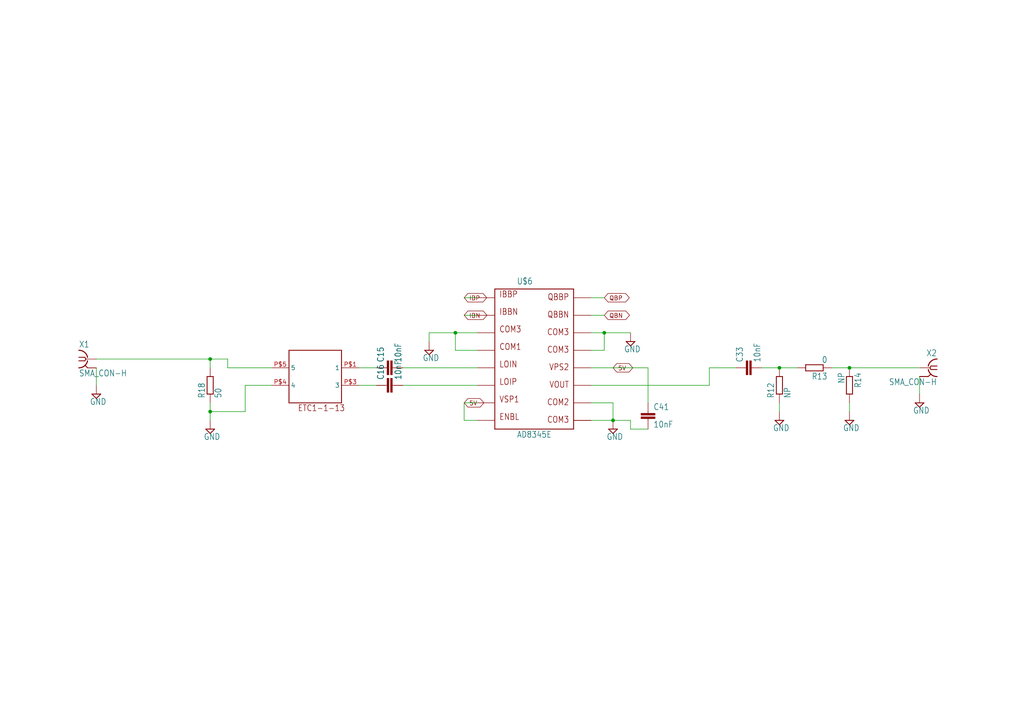
<source format=kicad_sch>
(kicad_sch
	(version 20231120)
	(generator "eeschema")
	(generator_version "8.0")
	(uuid "e273d5d6-12c3-4748-bd32-6dd1fa1252e6")
	(paper "A4")
	(lib_symbols
		(symbol "Modulator_V1p2-eagle-import:AD8345E"
			(exclude_from_sim no)
			(in_bom yes)
			(on_board yes)
			(property "Reference" ""
				(at -5.08 21.59 0)
				(effects
					(font
						(size 1.778 1.5113)
					)
					(justify left bottom)
					(hide yes)
				)
			)
			(property "Value" ""
				(at -5.08 -22.86 0)
				(effects
					(font
						(size 1.778 1.5113)
					)
					(justify left bottom)
				)
			)
			(property "Footprint" "Modulator_V1p2:TSSOP16EXP"
				(at 0 0 0)
				(effects
					(font
						(size 1.27 1.27)
					)
					(hide yes)
				)
			)
			(property "Datasheet" ""
				(at 0 0 0)
				(effects
					(font
						(size 1.27 1.27)
					)
					(hide yes)
				)
			)
			(property "Description" "AD8345 IQ-Modulator  TSSOP16 with exposed pad."
				(at 0 0 0)
				(effects
					(font
						(size 1.27 1.27)
					)
					(hide yes)
				)
			)
			(property "ki_locked" ""
				(at 0 0 0)
				(effects
					(font
						(size 1.27 1.27)
					)
				)
			)
			(symbol "AD8345E_1_0"
				(polyline
					(pts
						(xy -11.43 -20.32) (xy 11.43 -20.32)
					)
					(stroke
						(width 0.254)
						(type solid)
					)
					(fill
						(type none)
					)
				)
				(polyline
					(pts
						(xy -11.43 20.32) (xy -11.43 -20.32)
					)
					(stroke
						(width 0.254)
						(type solid)
					)
					(fill
						(type none)
					)
				)
				(polyline
					(pts
						(xy 11.43 -20.32) (xy 11.43 20.32)
					)
					(stroke
						(width 0.254)
						(type solid)
					)
					(fill
						(type none)
					)
				)
				(polyline
					(pts
						(xy 11.43 20.32) (xy -11.43 20.32)
					)
					(stroke
						(width 0.254)
						(type solid)
					)
					(fill
						(type none)
					)
				)
				(text "COM1"
					(at -10.16 2.54 0)
					(effects
						(font
							(size 1.778 1.5113)
						)
						(justify left bottom)
					)
				)
				(text "COM2"
					(at 10.16 -11.43 0)
					(effects
						(font
							(size 1.778 1.5113)
						)
						(justify right top)
					)
				)
				(text "COM3"
					(at -10.16 7.62 0)
					(effects
						(font
							(size 1.778 1.5113)
						)
						(justify left bottom)
					)
				)
				(text "COM3"
					(at 10.16 -16.51 0)
					(effects
						(font
							(size 1.778 1.5113)
						)
						(justify right top)
					)
				)
				(text "COM3"
					(at 10.16 3.81 0)
					(effects
						(font
							(size 1.778 1.5113)
						)
						(justify right top)
					)
				)
				(text "COM3"
					(at 10.16 8.89 0)
					(effects
						(font
							(size 1.778 1.5113)
						)
						(justify right top)
					)
				)
				(text "ENBL"
					(at -10.16 -17.78 0)
					(effects
						(font
							(size 1.778 1.5113)
						)
						(justify left bottom)
					)
				)
				(text "IBBN"
					(at -10.16 12.7 0)
					(effects
						(font
							(size 1.778 1.5113)
						)
						(justify left bottom)
					)
				)
				(text "IBBP"
					(at -10.16 17.78 0)
					(effects
						(font
							(size 1.778 1.5113)
						)
						(justify left bottom)
					)
				)
				(text "LOIN"
					(at -10.16 -2.54 0)
					(effects
						(font
							(size 1.778 1.5113)
						)
						(justify left bottom)
					)
				)
				(text "LOIP"
					(at -10.16 -7.62 0)
					(effects
						(font
							(size 1.778 1.5113)
						)
						(justify left bottom)
					)
				)
				(text "QBBN"
					(at 10.16 13.97 0)
					(effects
						(font
							(size 1.778 1.5113)
						)
						(justify right top)
					)
				)
				(text "QBBP"
					(at 10.16 19.05 0)
					(effects
						(font
							(size 1.778 1.5113)
						)
						(justify right top)
					)
				)
				(text "VOUT"
					(at 10.16 -6.35 0)
					(effects
						(font
							(size 1.778 1.5113)
						)
						(justify right top)
					)
				)
				(text "VPS2"
					(at 10.16 -1.27 0)
					(effects
						(font
							(size 1.778 1.5113)
						)
						(justify right top)
					)
				)
				(text "VSP1"
					(at -10.16 -12.7 0)
					(effects
						(font
							(size 1.778 1.5113)
						)
						(justify left bottom)
					)
				)
				(pin bidirectional line
					(at -16.51 17.78 0)
					(length 5.08)
					(name "P$1"
						(effects
							(font
								(size 0 0)
							)
						)
					)
					(number "1"
						(effects
							(font
								(size 0 0)
							)
						)
					)
				)
				(pin bidirectional line
					(at 16.51 -12.7 180)
					(length 5.08)
					(name "P$10"
						(effects
							(font
								(size 0 0)
							)
						)
					)
					(number "10"
						(effects
							(font
								(size 0 0)
							)
						)
					)
				)
				(pin bidirectional line
					(at 16.51 -7.62 180)
					(length 5.08)
					(name "P$11"
						(effects
							(font
								(size 0 0)
							)
						)
					)
					(number "11"
						(effects
							(font
								(size 0 0)
							)
						)
					)
				)
				(pin bidirectional line
					(at 16.51 -2.54 180)
					(length 5.08)
					(name "P$12"
						(effects
							(font
								(size 0 0)
							)
						)
					)
					(number "12"
						(effects
							(font
								(size 0 0)
							)
						)
					)
				)
				(pin bidirectional line
					(at 16.51 2.54 180)
					(length 5.08)
					(name "P$13"
						(effects
							(font
								(size 0 0)
							)
						)
					)
					(number "13"
						(effects
							(font
								(size 0 0)
							)
						)
					)
				)
				(pin bidirectional line
					(at 16.51 7.62 180)
					(length 5.08)
					(name "P$14"
						(effects
							(font
								(size 0 0)
							)
						)
					)
					(number "14"
						(effects
							(font
								(size 0 0)
							)
						)
					)
				)
				(pin bidirectional line
					(at 16.51 12.7 180)
					(length 5.08)
					(name "P$15"
						(effects
							(font
								(size 0 0)
							)
						)
					)
					(number "15"
						(effects
							(font
								(size 0 0)
							)
						)
					)
				)
				(pin bidirectional line
					(at 16.51 17.78 180)
					(length 5.08)
					(name "P$16"
						(effects
							(font
								(size 0 0)
							)
						)
					)
					(number "16"
						(effects
							(font
								(size 0 0)
							)
						)
					)
				)
				(pin bidirectional line
					(at -16.51 12.7 0)
					(length 5.08)
					(name "P$2"
						(effects
							(font
								(size 0 0)
							)
						)
					)
					(number "2"
						(effects
							(font
								(size 0 0)
							)
						)
					)
				)
				(pin bidirectional line
					(at -16.51 7.62 0)
					(length 5.08)
					(name "P$3"
						(effects
							(font
								(size 0 0)
							)
						)
					)
					(number "3"
						(effects
							(font
								(size 0 0)
							)
						)
					)
				)
				(pin bidirectional line
					(at -16.51 2.54 0)
					(length 5.08)
					(name "P$4"
						(effects
							(font
								(size 0 0)
							)
						)
					)
					(number "4"
						(effects
							(font
								(size 0 0)
							)
						)
					)
				)
				(pin bidirectional line
					(at -16.51 -2.54 0)
					(length 5.08)
					(name "P$5"
						(effects
							(font
								(size 0 0)
							)
						)
					)
					(number "5"
						(effects
							(font
								(size 0 0)
							)
						)
					)
				)
				(pin bidirectional line
					(at -16.51 -7.62 0)
					(length 5.08)
					(name "P$6"
						(effects
							(font
								(size 0 0)
							)
						)
					)
					(number "6"
						(effects
							(font
								(size 0 0)
							)
						)
					)
				)
				(pin bidirectional line
					(at -16.51 -12.7 0)
					(length 5.08)
					(name "P$7"
						(effects
							(font
								(size 0 0)
							)
						)
					)
					(number "7"
						(effects
							(font
								(size 0 0)
							)
						)
					)
				)
				(pin bidirectional line
					(at -16.51 -17.78 0)
					(length 5.08)
					(name "P$8"
						(effects
							(font
								(size 0 0)
							)
						)
					)
					(number "8"
						(effects
							(font
								(size 0 0)
							)
						)
					)
				)
				(pin bidirectional line
					(at 16.51 -17.78 180)
					(length 5.08)
					(name "P$9"
						(effects
							(font
								(size 0 0)
							)
						)
					)
					(number "9"
						(effects
							(font
								(size 0 0)
							)
						)
					)
				)
				(pin bidirectional line
					(at 16.51 -17.78 180)
					(length 5.08)
					(name "P$9"
						(effects
							(font
								(size 0 0)
							)
						)
					)
					(number "EXP"
						(effects
							(font
								(size 0 0)
							)
						)
					)
				)
			)
		)
		(symbol "Modulator_V1p2-eagle-import:C-EUC0402"
			(exclude_from_sim no)
			(in_bom yes)
			(on_board yes)
			(property "Reference" "C"
				(at 1.524 0.381 0)
				(effects
					(font
						(size 1.778 1.5113)
					)
					(justify left bottom)
				)
			)
			(property "Value" ""
				(at 1.524 -4.699 0)
				(effects
					(font
						(size 1.778 1.5113)
					)
					(justify left bottom)
				)
			)
			(property "Footprint" "Modulator_V1p2:C0402"
				(at 0 0 0)
				(effects
					(font
						(size 1.27 1.27)
					)
					(hide yes)
				)
			)
			(property "Datasheet" ""
				(at 0 0 0)
				(effects
					(font
						(size 1.27 1.27)
					)
					(hide yes)
				)
			)
			(property "Description" "CAPACITOR, European symbol"
				(at 0 0 0)
				(effects
					(font
						(size 1.27 1.27)
					)
					(hide yes)
				)
			)
			(property "ki_locked" ""
				(at 0 0 0)
				(effects
					(font
						(size 1.27 1.27)
					)
				)
			)
			(symbol "C-EUC0402_1_0"
				(rectangle
					(start -2.032 -2.032)
					(end 2.032 -1.524)
					(stroke
						(width 0)
						(type default)
					)
					(fill
						(type outline)
					)
				)
				(rectangle
					(start -2.032 -1.016)
					(end 2.032 -0.508)
					(stroke
						(width 0)
						(type default)
					)
					(fill
						(type outline)
					)
				)
				(polyline
					(pts
						(xy 0 -2.54) (xy 0 -2.032)
					)
					(stroke
						(width 0.1524)
						(type solid)
					)
					(fill
						(type none)
					)
				)
				(polyline
					(pts
						(xy 0 0) (xy 0 -0.508)
					)
					(stroke
						(width 0.1524)
						(type solid)
					)
					(fill
						(type none)
					)
				)
				(pin passive line
					(at 0 2.54 270)
					(length 2.54)
					(name "1"
						(effects
							(font
								(size 0 0)
							)
						)
					)
					(number "1"
						(effects
							(font
								(size 0 0)
							)
						)
					)
				)
				(pin passive line
					(at 0 -5.08 90)
					(length 2.54)
					(name "2"
						(effects
							(font
								(size 0 0)
							)
						)
					)
					(number "2"
						(effects
							(font
								(size 0 0)
							)
						)
					)
				)
			)
		)
		(symbol "Modulator_V1p2-eagle-import:C-EUC0603"
			(exclude_from_sim no)
			(in_bom yes)
			(on_board yes)
			(property "Reference" "C"
				(at 1.524 0.381 0)
				(effects
					(font
						(size 1.778 1.5113)
					)
					(justify left bottom)
				)
			)
			(property "Value" ""
				(at 1.524 -4.699 0)
				(effects
					(font
						(size 1.778 1.5113)
					)
					(justify left bottom)
				)
			)
			(property "Footprint" "Modulator_V1p2:C0603"
				(at 0 0 0)
				(effects
					(font
						(size 1.27 1.27)
					)
					(hide yes)
				)
			)
			(property "Datasheet" ""
				(at 0 0 0)
				(effects
					(font
						(size 1.27 1.27)
					)
					(hide yes)
				)
			)
			(property "Description" "CAPACITOR, European symbol"
				(at 0 0 0)
				(effects
					(font
						(size 1.27 1.27)
					)
					(hide yes)
				)
			)
			(property "ki_locked" ""
				(at 0 0 0)
				(effects
					(font
						(size 1.27 1.27)
					)
				)
			)
			(symbol "C-EUC0603_1_0"
				(rectangle
					(start -2.032 -2.032)
					(end 2.032 -1.524)
					(stroke
						(width 0)
						(type default)
					)
					(fill
						(type outline)
					)
				)
				(rectangle
					(start -2.032 -1.016)
					(end 2.032 -0.508)
					(stroke
						(width 0)
						(type default)
					)
					(fill
						(type outline)
					)
				)
				(polyline
					(pts
						(xy 0 -2.54) (xy 0 -2.032)
					)
					(stroke
						(width 0.1524)
						(type solid)
					)
					(fill
						(type none)
					)
				)
				(polyline
					(pts
						(xy 0 0) (xy 0 -0.508)
					)
					(stroke
						(width 0.1524)
						(type solid)
					)
					(fill
						(type none)
					)
				)
				(pin passive line
					(at 0 2.54 270)
					(length 2.54)
					(name "1"
						(effects
							(font
								(size 0 0)
							)
						)
					)
					(number "1"
						(effects
							(font
								(size 0 0)
							)
						)
					)
				)
				(pin passive line
					(at 0 -5.08 90)
					(length 2.54)
					(name "2"
						(effects
							(font
								(size 0 0)
							)
						)
					)
					(number "2"
						(effects
							(font
								(size 0 0)
							)
						)
					)
				)
			)
		)
		(symbol "Modulator_V1p2-eagle-import:ETC1-1-13"
			(exclude_from_sim no)
			(in_bom yes)
			(on_board yes)
			(property "Reference" ""
				(at 0 0 0)
				(effects
					(font
						(size 1.27 1.27)
					)
					(hide yes)
				)
			)
			(property "Value" ""
				(at 0 0 0)
				(effects
					(font
						(size 1.27 1.27)
					)
					(hide yes)
				)
			)
			(property "Footprint" "Modulator_V1p2:ETC1-1-13"
				(at 0 0 0)
				(effects
					(font
						(size 1.27 1.27)
					)
					(hide yes)
				)
			)
			(property "Datasheet" ""
				(at 0 0 0)
				(effects
					(font
						(size 1.27 1.27)
					)
					(hide yes)
				)
			)
			(property "Description" ""
				(at 0 0 0)
				(effects
					(font
						(size 1.27 1.27)
					)
					(hide yes)
				)
			)
			(property "ki_locked" ""
				(at 0 0 0)
				(effects
					(font
						(size 1.27 1.27)
					)
				)
			)
			(symbol "ETC1-1-13_1_0"
				(polyline
					(pts
						(xy 5.08 -5.08) (xy 20.32 -5.08)
					)
					(stroke
						(width 0.254)
						(type solid)
					)
					(fill
						(type none)
					)
				)
				(polyline
					(pts
						(xy 5.08 10.16) (xy 5.08 -5.08)
					)
					(stroke
						(width 0.254)
						(type solid)
					)
					(fill
						(type none)
					)
				)
				(polyline
					(pts
						(xy 20.32 -5.08) (xy 20.32 10.16)
					)
					(stroke
						(width 0.254)
						(type solid)
					)
					(fill
						(type none)
					)
				)
				(polyline
					(pts
						(xy 20.32 10.16) (xy 5.08 10.16)
					)
					(stroke
						(width 0.254)
						(type solid)
					)
					(fill
						(type none)
					)
				)
				(text "ETC1-1-13"
					(at 7.62 -7.62 0)
					(effects
						(font
							(size 1.778 1.5113)
						)
						(justify left bottom)
					)
				)
				(pin bidirectional line
					(at 25.4 5.08 180)
					(length 5.08)
					(name "1"
						(effects
							(font
								(size 1.27 1.27)
							)
						)
					)
					(number "P$1"
						(effects
							(font
								(size 1.27 1.27)
							)
						)
					)
				)
				(pin bidirectional line
					(at 25.4 0 180)
					(length 5.08)
					(name "3"
						(effects
							(font
								(size 1.27 1.27)
							)
						)
					)
					(number "P$3"
						(effects
							(font
								(size 1.27 1.27)
							)
						)
					)
				)
				(pin bidirectional line
					(at 0 0 0)
					(length 5.08)
					(name "4"
						(effects
							(font
								(size 1.27 1.27)
							)
						)
					)
					(number "P$4"
						(effects
							(font
								(size 1.27 1.27)
							)
						)
					)
				)
				(pin bidirectional line
					(at 0 5.08 0)
					(length 5.08)
					(name "5"
						(effects
							(font
								(size 1.27 1.27)
							)
						)
					)
					(number "P$5"
						(effects
							(font
								(size 1.27 1.27)
							)
						)
					)
				)
			)
		)
		(symbol "Modulator_V1p2-eagle-import:GND"
			(power)
			(exclude_from_sim no)
			(in_bom yes)
			(on_board yes)
			(property "Reference" "#SUPPLY"
				(at 0 0 0)
				(effects
					(font
						(size 1.27 1.27)
					)
					(hide yes)
				)
			)
			(property "Value" ""
				(at -1.905 -3.175 0)
				(effects
					(font
						(size 1.778 1.5113)
					)
					(justify left bottom)
				)
			)
			(property "Footprint" ""
				(at 0 0 0)
				(effects
					(font
						(size 1.27 1.27)
					)
					(hide yes)
				)
			)
			(property "Datasheet" ""
				(at 0 0 0)
				(effects
					(font
						(size 1.27 1.27)
					)
					(hide yes)
				)
			)
			(property "Description" "SUPPLY SYMBOL"
				(at 0 0 0)
				(effects
					(font
						(size 1.27 1.27)
					)
					(hide yes)
				)
			)
			(property "ki_locked" ""
				(at 0 0 0)
				(effects
					(font
						(size 1.27 1.27)
					)
				)
			)
			(symbol "GND_1_0"
				(polyline
					(pts
						(xy -1.27 0) (xy 1.27 0)
					)
					(stroke
						(width 0.254)
						(type solid)
					)
					(fill
						(type none)
					)
				)
				(polyline
					(pts
						(xy 0 -1.27) (xy -1.27 0)
					)
					(stroke
						(width 0.254)
						(type solid)
					)
					(fill
						(type none)
					)
				)
				(polyline
					(pts
						(xy 1.27 0) (xy 0 -1.27)
					)
					(stroke
						(width 0.254)
						(type solid)
					)
					(fill
						(type none)
					)
				)
				(pin power_in line
					(at 0 2.54 270)
					(length 2.54)
					(name "GND"
						(effects
							(font
								(size 0 0)
							)
						)
					)
					(number "1"
						(effects
							(font
								(size 0 0)
							)
						)
					)
				)
			)
		)
		(symbol "Modulator_V1p2-eagle-import:R-EU_R0603"
			(exclude_from_sim no)
			(in_bom yes)
			(on_board yes)
			(property "Reference" "R"
				(at -3.81 1.4986 0)
				(effects
					(font
						(size 1.778 1.5113)
					)
					(justify left bottom)
				)
			)
			(property "Value" ""
				(at -3.81 -3.302 0)
				(effects
					(font
						(size 1.778 1.5113)
					)
					(justify left bottom)
				)
			)
			(property "Footprint" "Modulator_V1p2:R0603"
				(at 0 0 0)
				(effects
					(font
						(size 1.27 1.27)
					)
					(hide yes)
				)
			)
			(property "Datasheet" ""
				(at 0 0 0)
				(effects
					(font
						(size 1.27 1.27)
					)
					(hide yes)
				)
			)
			(property "Description" "RESISTOR, European symbol"
				(at 0 0 0)
				(effects
					(font
						(size 1.27 1.27)
					)
					(hide yes)
				)
			)
			(property "ki_locked" ""
				(at 0 0 0)
				(effects
					(font
						(size 1.27 1.27)
					)
				)
			)
			(symbol "R-EU_R0603_1_0"
				(polyline
					(pts
						(xy -2.54 -0.889) (xy -2.54 0.889)
					)
					(stroke
						(width 0.254)
						(type solid)
					)
					(fill
						(type none)
					)
				)
				(polyline
					(pts
						(xy -2.54 -0.889) (xy 2.54 -0.889)
					)
					(stroke
						(width 0.254)
						(type solid)
					)
					(fill
						(type none)
					)
				)
				(polyline
					(pts
						(xy 2.54 -0.889) (xy 2.54 0.889)
					)
					(stroke
						(width 0.254)
						(type solid)
					)
					(fill
						(type none)
					)
				)
				(polyline
					(pts
						(xy 2.54 0.889) (xy -2.54 0.889)
					)
					(stroke
						(width 0.254)
						(type solid)
					)
					(fill
						(type none)
					)
				)
				(pin passive line
					(at -5.08 0 0)
					(length 2.54)
					(name "1"
						(effects
							(font
								(size 0 0)
							)
						)
					)
					(number "1"
						(effects
							(font
								(size 0 0)
							)
						)
					)
				)
				(pin passive line
					(at 5.08 0 180)
					(length 2.54)
					(name "2"
						(effects
							(font
								(size 0 0)
							)
						)
					)
					(number "2"
						(effects
							(font
								(size 0 0)
							)
						)
					)
				)
			)
		)
		(symbol "Modulator_V1p2-eagle-import:R-EU_R0805"
			(exclude_from_sim no)
			(in_bom yes)
			(on_board yes)
			(property "Reference" "R"
				(at -3.81 1.4986 0)
				(effects
					(font
						(size 1.778 1.5113)
					)
					(justify left bottom)
				)
			)
			(property "Value" ""
				(at -3.81 -3.302 0)
				(effects
					(font
						(size 1.778 1.5113)
					)
					(justify left bottom)
				)
			)
			(property "Footprint" "Modulator_V1p2:R0805"
				(at 0 0 0)
				(effects
					(font
						(size 1.27 1.27)
					)
					(hide yes)
				)
			)
			(property "Datasheet" ""
				(at 0 0 0)
				(effects
					(font
						(size 1.27 1.27)
					)
					(hide yes)
				)
			)
			(property "Description" "RESISTOR, European symbol"
				(at 0 0 0)
				(effects
					(font
						(size 1.27 1.27)
					)
					(hide yes)
				)
			)
			(property "ki_locked" ""
				(at 0 0 0)
				(effects
					(font
						(size 1.27 1.27)
					)
				)
			)
			(symbol "R-EU_R0805_1_0"
				(polyline
					(pts
						(xy -2.54 -0.889) (xy -2.54 0.889)
					)
					(stroke
						(width 0.254)
						(type solid)
					)
					(fill
						(type none)
					)
				)
				(polyline
					(pts
						(xy -2.54 -0.889) (xy 2.54 -0.889)
					)
					(stroke
						(width 0.254)
						(type solid)
					)
					(fill
						(type none)
					)
				)
				(polyline
					(pts
						(xy 2.54 -0.889) (xy 2.54 0.889)
					)
					(stroke
						(width 0.254)
						(type solid)
					)
					(fill
						(type none)
					)
				)
				(polyline
					(pts
						(xy 2.54 0.889) (xy -2.54 0.889)
					)
					(stroke
						(width 0.254)
						(type solid)
					)
					(fill
						(type none)
					)
				)
				(pin passive line
					(at -5.08 0 0)
					(length 2.54)
					(name "1"
						(effects
							(font
								(size 0 0)
							)
						)
					)
					(number "1"
						(effects
							(font
								(size 0 0)
							)
						)
					)
				)
				(pin passive line
					(at 5.08 0 180)
					(length 2.54)
					(name "2"
						(effects
							(font
								(size 0 0)
							)
						)
					)
					(number "2"
						(effects
							(font
								(size 0 0)
							)
						)
					)
				)
			)
		)
		(symbol "Modulator_V1p2-eagle-import:SMA_CON-H"
			(exclude_from_sim no)
			(in_bom yes)
			(on_board yes)
			(property "Reference" ""
				(at -2.54 3.302 0)
				(effects
					(font
						(size 1.778 1.5113)
					)
					(justify left bottom)
					(hide yes)
				)
			)
			(property "Value" ""
				(at -2.54 -7.62 0)
				(effects
					(font
						(size 1.778 1.5113)
					)
					(justify left bottom)
				)
			)
			(property "Footprint" "Modulator_V1p2:BU-SMA-H"
				(at 0 0 0)
				(effects
					(font
						(size 1.27 1.27)
					)
					(hide yes)
				)
			)
			(property "Datasheet" ""
				(at 0 0 0)
				(effects
					(font
						(size 1.27 1.27)
					)
					(hide yes)
				)
			)
			(property "Description" ""
				(at 0 0 0)
				(effects
					(font
						(size 1.27 1.27)
					)
					(hide yes)
				)
			)
			(property "ki_locked" ""
				(at 0 0 0)
				(effects
					(font
						(size 1.27 1.27)
					)
				)
			)
			(symbol "SMA_CON-H_1_0"
				(arc
					(start -2.54 -2.54)
					(mid -0.9022 -1.9838)
					(end 0 -0.508)
					(stroke
						(width 0.3048)
						(type solid)
					)
					(fill
						(type none)
					)
				)
				(polyline
					(pts
						(xy -2.54 0.508) (xy -0.762 0.508)
					)
					(stroke
						(width 0.254)
						(type solid)
					)
					(fill
						(type none)
					)
				)
				(polyline
					(pts
						(xy -0.762 -0.508) (xy -2.54 -0.508)
					)
					(stroke
						(width 0.254)
						(type solid)
					)
					(fill
						(type none)
					)
				)
				(polyline
					(pts
						(xy -0.762 0.508) (xy -0.508 0)
					)
					(stroke
						(width 0.254)
						(type solid)
					)
					(fill
						(type none)
					)
				)
				(polyline
					(pts
						(xy -0.508 0) (xy -0.762 -0.508)
					)
					(stroke
						(width 0.254)
						(type solid)
					)
					(fill
						(type none)
					)
				)
				(polyline
					(pts
						(xy 0 -2.54) (xy -0.762 -1.778)
					)
					(stroke
						(width 0.254)
						(type solid)
					)
					(fill
						(type none)
					)
				)
				(polyline
					(pts
						(xy 0 0) (xy -0.508 0)
					)
					(stroke
						(width 0.1524)
						(type solid)
					)
					(fill
						(type none)
					)
				)
				(arc
					(start 0 0.508)
					(mid -0.9022 1.9838)
					(end -2.54 2.54)
					(stroke
						(width 0.3048)
						(type solid)
					)
					(fill
						(type none)
					)
				)
				(pin passive line
					(at 2.54 0 180)
					(length 2.54)
					(name "1"
						(effects
							(font
								(size 0 0)
							)
						)
					)
					(number "1"
						(effects
							(font
								(size 0 0)
							)
						)
					)
				)
				(pin passive line
					(at 2.54 -2.54 180)
					(length 2.54)
					(name "GND@1"
						(effects
							(font
								(size 0 0)
							)
						)
					)
					(number "2"
						(effects
							(font
								(size 0 0)
							)
						)
					)
				)
				(pin passive line
					(at 2.54 -2.54 180)
					(length 2.54)
					(name "GND@1"
						(effects
							(font
								(size 0 0)
							)
						)
					)
					(number "3"
						(effects
							(font
								(size 0 0)
							)
						)
					)
				)
				(pin passive line
					(at 2.54 -2.54 180)
					(length 2.54)
					(name "GND@1"
						(effects
							(font
								(size 0 0)
							)
						)
					)
					(number "4"
						(effects
							(font
								(size 0 0)
							)
						)
					)
				)
				(pin passive line
					(at 2.54 -2.54 180)
					(length 2.54)
					(name "GND@1"
						(effects
							(font
								(size 0 0)
							)
						)
					)
					(number "5"
						(effects
							(font
								(size 0 0)
							)
						)
					)
				)
			)
		)
	)
	(junction
		(at 175.26 96.52)
		(diameter 0)
		(color 0 0 0 0)
		(uuid "1dc03d48-e6d9-4d6f-b166-fa51d1242645")
	)
	(junction
		(at 60.96 119.38)
		(diameter 0)
		(color 0 0 0 0)
		(uuid "23d15592-897b-418d-aeb8-a5c10290593b")
	)
	(junction
		(at 177.8 121.92)
		(diameter 0)
		(color 0 0 0 0)
		(uuid "793d1301-aacc-4bff-827e-1da10997ee2f")
	)
	(junction
		(at 246.38 106.68)
		(diameter 0)
		(color 0 0 0 0)
		(uuid "8bde2193-631e-41dd-9646-aa413056b724")
	)
	(junction
		(at 226.06 106.68)
		(diameter 0)
		(color 0 0 0 0)
		(uuid "9eb68db7-d3f5-4e25-bee7-de23f920d226")
	)
	(junction
		(at 60.96 104.14)
		(diameter 0)
		(color 0 0 0 0)
		(uuid "f672e0ba-7797-49f0-a438-c75f9ad1cca1")
	)
	(junction
		(at 132.08 96.52)
		(diameter 0)
		(color 0 0 0 0)
		(uuid "f7f9cf11-04e2-4d01-b3d9-fe8a89ba8b72")
	)
	(wire
		(pts
			(xy 171.45 111.76) (xy 205.74 111.76)
		)
		(stroke
			(width 0.1524)
			(type solid)
		)
		(uuid "0231db07-3889-4e42-bb04-bcacb6937c8c")
	)
	(wire
		(pts
			(xy 71.12 119.38) (xy 60.96 119.38)
		)
		(stroke
			(width 0.1524)
			(type solid)
		)
		(uuid "04eb25f7-5159-4d9d-90da-e393ce71352d")
	)
	(wire
		(pts
			(xy 175.26 101.6) (xy 175.26 96.52)
		)
		(stroke
			(width 0.1524)
			(type solid)
		)
		(uuid "084696c1-38eb-421b-a092-a34d461006ba")
	)
	(wire
		(pts
			(xy 205.74 111.76) (xy 205.74 106.68)
		)
		(stroke
			(width 0.1524)
			(type solid)
		)
		(uuid "0882dedb-218e-447d-923f-ee97bf1c2554")
	)
	(wire
		(pts
			(xy 27.94 111.76) (xy 27.94 106.68)
		)
		(stroke
			(width 0.1524)
			(type solid)
		)
		(uuid "0a26d331-3451-4cd6-84b4-981f25256f3a")
	)
	(wire
		(pts
			(xy 60.96 116.84) (xy 60.96 119.38)
		)
		(stroke
			(width 0.1524)
			(type solid)
		)
		(uuid "0f1361c3-0f99-4127-b922-cb04d49101a4")
	)
	(wire
		(pts
			(xy 116.84 106.68) (xy 138.43 106.68)
		)
		(stroke
			(width 0.1524)
			(type solid)
		)
		(uuid "158a97dd-5849-491a-9adb-268de6883978")
	)
	(wire
		(pts
			(xy 138.43 91.44) (xy 134.62 91.44)
		)
		(stroke
			(width 0.1524)
			(type solid)
		)
		(uuid "15fd0b2f-6e7a-4b9d-9ea3-99aa4517b0bd")
	)
	(wire
		(pts
			(xy 109.22 106.68) (xy 104.14 106.68)
		)
		(stroke
			(width 0.1524)
			(type solid)
		)
		(uuid "1615ac2c-51eb-4ad3-820c-c1c43f491842")
	)
	(wire
		(pts
			(xy 78.74 106.68) (xy 66.04 106.68)
		)
		(stroke
			(width 0.1524)
			(type solid)
		)
		(uuid "177098a7-d769-4135-830c-0d78f19d1a7a")
	)
	(wire
		(pts
			(xy 27.94 104.14) (xy 60.96 104.14)
		)
		(stroke
			(width 0.1524)
			(type solid)
		)
		(uuid "1d1d98a4-f5a8-459a-b78f-5946b80a9dee")
	)
	(wire
		(pts
			(xy 231.14 106.68) (xy 226.06 106.68)
		)
		(stroke
			(width 0.1524)
			(type solid)
		)
		(uuid "1dcafa4a-7ac4-446a-b052-3ae29ca15504")
	)
	(wire
		(pts
			(xy 66.04 104.14) (xy 60.96 104.14)
		)
		(stroke
			(width 0.1524)
			(type solid)
		)
		(uuid "234b6f4d-e32c-46f0-a945-781afdbcbc17")
	)
	(wire
		(pts
			(xy 71.12 111.76) (xy 71.12 119.38)
		)
		(stroke
			(width 0.1524)
			(type solid)
		)
		(uuid "26dc0b96-e3b1-43e2-b24c-5bcd9d820c27")
	)
	(wire
		(pts
			(xy 266.7 109.22) (xy 266.7 114.3)
		)
		(stroke
			(width 0.1524)
			(type solid)
		)
		(uuid "27a91dcf-8b7a-41c7-a5f1-8832b5decee3")
	)
	(wire
		(pts
			(xy 220.98 106.68) (xy 226.06 106.68)
		)
		(stroke
			(width 0.1524)
			(type solid)
		)
		(uuid "2a33e45f-60e4-4786-b793-95d48be8404a")
	)
	(wire
		(pts
			(xy 171.45 101.6) (xy 175.26 101.6)
		)
		(stroke
			(width 0.1524)
			(type solid)
		)
		(uuid "2fe954d9-829e-4834-88d7-5bf8097cf423")
	)
	(wire
		(pts
			(xy 78.74 111.76) (xy 71.12 111.76)
		)
		(stroke
			(width 0.1524)
			(type solid)
		)
		(uuid "320d56a8-a4af-46e9-87fc-30e0928924b1")
	)
	(wire
		(pts
			(xy 171.45 91.44) (xy 175.26 91.44)
		)
		(stroke
			(width 0.1524)
			(type solid)
		)
		(uuid "455bf8e8-413d-41f6-8048-14879a0e2943")
	)
	(wire
		(pts
			(xy 60.96 119.38) (xy 60.96 121.92)
		)
		(stroke
			(width 0.1524)
			(type solid)
		)
		(uuid "45d22f97-05a2-4049-a338-7a5812e468ec")
	)
	(wire
		(pts
			(xy 138.43 86.36) (xy 134.62 86.36)
		)
		(stroke
			(width 0.1524)
			(type solid)
		)
		(uuid "49997ca8-2924-42b3-b214-6b25b6a8f1b1")
	)
	(wire
		(pts
			(xy 171.45 106.68) (xy 187.96 106.68)
		)
		(stroke
			(width 0.1524)
			(type solid)
		)
		(uuid "513fc35e-d378-4223-8e8c-288e01222325")
	)
	(wire
		(pts
			(xy 138.43 96.52) (xy 132.08 96.52)
		)
		(stroke
			(width 0.1524)
			(type solid)
		)
		(uuid "525a8829-f2a6-43c8-b8fa-79122506e0d5")
	)
	(wire
		(pts
			(xy 124.46 96.52) (xy 124.46 99.06)
		)
		(stroke
			(width 0.1524)
			(type solid)
		)
		(uuid "5612d474-ae07-4dce-b0d5-d6b5ffc3b262")
	)
	(wire
		(pts
			(xy 109.22 111.76) (xy 104.14 111.76)
		)
		(stroke
			(width 0.1524)
			(type solid)
		)
		(uuid "5a0917a5-04ef-461f-b846-44cebc45fb8c")
	)
	(wire
		(pts
			(xy 66.04 106.68) (xy 66.04 104.14)
		)
		(stroke
			(width 0.1524)
			(type solid)
		)
		(uuid "5d3e7c5d-ce88-4845-9cd4-4f93a9d02189")
	)
	(wire
		(pts
			(xy 177.8 116.84) (xy 177.8 121.92)
		)
		(stroke
			(width 0.1524)
			(type solid)
		)
		(uuid "606ec8d9-aa6d-4cdb-b052-a6e0f0a62875")
	)
	(wire
		(pts
			(xy 134.62 121.92) (xy 134.62 116.84)
		)
		(stroke
			(width 0.1524)
			(type solid)
		)
		(uuid "6395a9e2-bdc6-4667-9f6e-1be36851c198")
	)
	(wire
		(pts
			(xy 226.06 116.84) (xy 226.06 119.38)
		)
		(stroke
			(width 0.1524)
			(type solid)
		)
		(uuid "6436d31e-04cb-4328-a465-dc51a826c9d4")
	)
	(wire
		(pts
			(xy 246.38 106.68) (xy 266.7 106.68)
		)
		(stroke
			(width 0.1524)
			(type solid)
		)
		(uuid "72ec709f-44b2-420b-b2da-2dda21f3d0b7")
	)
	(wire
		(pts
			(xy 182.88 124.46) (xy 182.88 121.92)
		)
		(stroke
			(width 0.1524)
			(type solid)
		)
		(uuid "7436854b-015c-4992-8bda-bcf5d1022242")
	)
	(wire
		(pts
			(xy 187.96 106.68) (xy 187.96 116.84)
		)
		(stroke
			(width 0.1524)
			(type solid)
		)
		(uuid "7a4f19f3-825b-41f7-bb4d-283d099bff8b")
	)
	(wire
		(pts
			(xy 171.45 86.36) (xy 175.26 86.36)
		)
		(stroke
			(width 0.1524)
			(type solid)
		)
		(uuid "80cc693e-40ae-4b49-947d-d59d64b6f31f")
	)
	(wire
		(pts
			(xy 138.43 101.6) (xy 132.08 101.6)
		)
		(stroke
			(width 0.1524)
			(type solid)
		)
		(uuid "8259a06c-5b99-46bc-be15-00979288c3fd")
	)
	(wire
		(pts
			(xy 246.38 106.68) (xy 241.3 106.68)
		)
		(stroke
			(width 0.1524)
			(type solid)
		)
		(uuid "8676a59b-82f9-4f90-8a64-c5f8ec1f7cca")
	)
	(wire
		(pts
			(xy 60.96 104.14) (xy 60.96 106.68)
		)
		(stroke
			(width 0.1524)
			(type solid)
		)
		(uuid "88babb1a-4cc8-4f71-a1a4-dadde4ce2bb0")
	)
	(wire
		(pts
			(xy 175.26 96.52) (xy 182.88 96.52)
		)
		(stroke
			(width 0.1524)
			(type solid)
		)
		(uuid "8cabfb09-a500-4d30-94c1-6b208915ac55")
	)
	(wire
		(pts
			(xy 246.38 116.84) (xy 246.38 119.38)
		)
		(stroke
			(width 0.1524)
			(type solid)
		)
		(uuid "8d3002d0-6187-49f7-9745-ac8e3244cfe7")
	)
	(wire
		(pts
			(xy 182.88 121.92) (xy 177.8 121.92)
		)
		(stroke
			(width 0.1524)
			(type solid)
		)
		(uuid "9f345667-ef15-4871-b573-688032829c17")
	)
	(wire
		(pts
			(xy 138.43 116.84) (xy 134.62 116.84)
		)
		(stroke
			(width 0.1524)
			(type solid)
		)
		(uuid "a219435b-c950-488e-aace-26a58af5896a")
	)
	(wire
		(pts
			(xy 138.43 121.92) (xy 134.62 121.92)
		)
		(stroke
			(width 0.1524)
			(type solid)
		)
		(uuid "a7130a0b-1dd5-42f0-adf8-5b2950f86bcb")
	)
	(wire
		(pts
			(xy 132.08 101.6) (xy 132.08 96.52)
		)
		(stroke
			(width 0.1524)
			(type solid)
		)
		(uuid "aa3c927a-4391-4b27-990a-a0646cf4861f")
	)
	(wire
		(pts
			(xy 171.45 96.52) (xy 175.26 96.52)
		)
		(stroke
			(width 0.1524)
			(type solid)
		)
		(uuid "ab893729-da63-4d31-a116-cf3cabc2b870")
	)
	(wire
		(pts
			(xy 171.45 116.84) (xy 177.8 116.84)
		)
		(stroke
			(width 0.1524)
			(type solid)
		)
		(uuid "b3f03940-3575-4ac3-a917-ec1c3caf1e6d")
	)
	(wire
		(pts
			(xy 138.43 111.76) (xy 116.84 111.76)
		)
		(stroke
			(width 0.1524)
			(type solid)
		)
		(uuid "b7ef68c4-8cda-4689-9e8a-8b74d20df718")
	)
	(wire
		(pts
			(xy 177.8 121.92) (xy 171.45 121.92)
		)
		(stroke
			(width 0.1524)
			(type solid)
		)
		(uuid "b8f4f7dd-3092-4bf8-9524-75cae9508e7b")
	)
	(wire
		(pts
			(xy 187.96 124.46) (xy 182.88 124.46)
		)
		(stroke
			(width 0.1524)
			(type solid)
		)
		(uuid "da912023-4400-4269-913d-54c09b216547")
	)
	(wire
		(pts
			(xy 132.08 96.52) (xy 124.46 96.52)
		)
		(stroke
			(width 0.1524)
			(type solid)
		)
		(uuid "e00fd453-527e-4977-80ad-b197dffcfaed")
	)
	(wire
		(pts
			(xy 205.74 106.68) (xy 213.36 106.68)
		)
		(stroke
			(width 0.1524)
			(type solid)
		)
		(uuid "f4ee98cc-f4fb-44ff-96cd-a4c997127e38")
	)
	(global_label "IBN"
		(shape bidirectional)
		(at 134.62 91.44 0)
		(fields_autoplaced yes)
		(effects
			(font
				(size 1.2446 1.2446)
			)
			(justify left)
		)
		(uuid "055545fa-cdf1-406c-8539-b6d25fee910f")
		(property "Intersheetrefs" "${INTERSHEET_REFS}"
			(at 141.7754 91.44 0)
			(effects
				(font
					(size 1.27 1.27)
				)
				(justify left)
				(hide yes)
			)
		)
	)
	(global_label "5V"
		(shape bidirectional)
		(at 134.62 116.84 0)
		(fields_autoplaced yes)
		(effects
			(font
				(size 1.2446 1.2446)
			)
			(justify left)
		)
		(uuid "810c9419-9bbb-4498-ac45-a764efe85926")
		(property "Intersheetrefs" "${INTERSHEET_REFS}"
			(at 140.8863 116.84 0)
			(effects
				(font
					(size 1.27 1.27)
				)
				(justify left)
				(hide yes)
			)
		)
	)
	(global_label "IBP"
		(shape bidirectional)
		(at 134.62 86.36 0)
		(fields_autoplaced yes)
		(effects
			(font
				(size 1.2446 1.2446)
			)
			(justify left)
		)
		(uuid "8fb86211-ea38-44dd-a19d-0ce0a3e53574")
		(property "Intersheetrefs" "${INTERSHEET_REFS}"
			(at 141.7161 86.36 0)
			(effects
				(font
					(size 1.27 1.27)
				)
				(justify left)
				(hide yes)
			)
		)
	)
	(global_label "5V"
		(shape bidirectional)
		(at 177.8 106.68 0)
		(fields_autoplaced yes)
		(effects
			(font
				(size 1.2446 1.2446)
			)
			(justify left)
		)
		(uuid "b04c51bc-0af9-4e0a-996f-119a6b112d80")
		(property "Intersheetrefs" "${INTERSHEET_REFS}"
			(at 184.0663 106.68 0)
			(effects
				(font
					(size 1.27 1.27)
				)
				(justify left)
				(hide yes)
			)
		)
	)
	(global_label "QBP"
		(shape bidirectional)
		(at 175.26 86.36 0)
		(fields_autoplaced yes)
		(effects
			(font
				(size 1.2446 1.2446)
			)
			(justify left)
		)
		(uuid "f3643c75-fcc1-4d14-a37c-da00a384f336")
		(property "Intersheetrefs" "${INTERSHEET_REFS}"
			(at 183.0673 86.36 0)
			(effects
				(font
					(size 1.27 1.27)
				)
				(justify left)
				(hide yes)
			)
		)
	)
	(global_label "QBN"
		(shape bidirectional)
		(at 175.26 91.44 0)
		(fields_autoplaced yes)
		(effects
			(font
				(size 1.2446 1.2446)
			)
			(justify left)
		)
		(uuid "feec97e2-b220-483a-b162-c98b850f5ccc")
		(property "Intersheetrefs" "${INTERSHEET_REFS}"
			(at 183.1266 91.44 0)
			(effects
				(font
					(size 1.27 1.27)
				)
				(justify left)
				(hide yes)
			)
		)
	)
	(symbol
		(lib_id "Modulator_V1p2-eagle-import:C-EUC0402")
		(at 215.9 106.68 90)
		(unit 1)
		(exclude_from_sim no)
		(in_bom yes)
		(on_board yes)
		(dnp no)
		(uuid "180af8a2-4729-4a56-bcc6-ef5bbf880613")
		(property "Reference" "C33"
			(at 215.519 105.156 0)
			(effects
				(font
					(size 1.778 1.5113)
				)
				(justify left bottom)
			)
		)
		(property "Value" "10nF"
			(at 220.599 105.156 0)
			(effects
				(font
					(size 1.778 1.5113)
				)
				(justify left bottom)
			)
		)
		(property "Footprint" "Modulator_V1p2:C0402"
			(at 215.9 106.68 0)
			(effects
				(font
					(size 1.27 1.27)
				)
				(hide yes)
			)
		)
		(property "Datasheet" ""
			(at 215.9 106.68 0)
			(effects
				(font
					(size 1.27 1.27)
				)
				(hide yes)
			)
		)
		(property "Description" ""
			(at 215.9 106.68 0)
			(effects
				(font
					(size 1.27 1.27)
				)
				(hide yes)
			)
		)
		(pin "1"
			(uuid "c53b0255-9134-4769-8bd4-dfe20346da0e")
		)
		(pin "2"
			(uuid "ece174cb-1a19-4d9f-9dd9-325f100e77c3")
		)
		(instances
			(project ""
				(path "/74c5594e-ff48-4e66-beae-9bf941e12d30/1257c7a3-d676-4ac2-9754-f340a464882b"
					(reference "C33")
					(unit 1)
				)
			)
		)
	)
	(symbol
		(lib_id "Modulator_V1p2-eagle-import:GND")
		(at 266.7 116.84 0)
		(unit 1)
		(exclude_from_sim no)
		(in_bom yes)
		(on_board yes)
		(dnp no)
		(uuid "24911459-ac26-4590-a657-7ee1479ea662")
		(property "Reference" "#SUPPLY29"
			(at 266.7 116.84 0)
			(effects
				(font
					(size 1.27 1.27)
				)
				(hide yes)
			)
		)
		(property "Value" "GND"
			(at 264.795 120.015 0)
			(effects
				(font
					(size 1.778 1.5113)
				)
				(justify left bottom)
			)
		)
		(property "Footprint" ""
			(at 266.7 116.84 0)
			(effects
				(font
					(size 1.27 1.27)
				)
				(hide yes)
			)
		)
		(property "Datasheet" ""
			(at 266.7 116.84 0)
			(effects
				(font
					(size 1.27 1.27)
				)
				(hide yes)
			)
		)
		(property "Description" ""
			(at 266.7 116.84 0)
			(effects
				(font
					(size 1.27 1.27)
				)
				(hide yes)
			)
		)
		(pin "1"
			(uuid "d4bad6f2-12c7-4cf9-9f32-6cc193c17086")
		)
		(instances
			(project ""
				(path "/74c5594e-ff48-4e66-beae-9bf941e12d30/1257c7a3-d676-4ac2-9754-f340a464882b"
					(reference "#SUPPLY29")
					(unit 1)
				)
			)
		)
	)
	(symbol
		(lib_id "Modulator_V1p2-eagle-import:ETC1-1-13")
		(at 78.74 111.76 0)
		(unit 1)
		(exclude_from_sim no)
		(in_bom yes)
		(on_board yes)
		(dnp no)
		(uuid "4ad05043-be16-4288-90d2-65d92888624a")
		(property "Reference" "U$12"
			(at 78.74 111.76 0)
			(effects
				(font
					(size 1.27 1.27)
				)
				(hide yes)
			)
		)
		(property "Value" "ETC1-1-13"
			(at 78.74 111.76 0)
			(effects
				(font
					(size 1.27 1.27)
				)
				(hide yes)
			)
		)
		(property "Footprint" "Modulator_V1p2:ETC1-1-13"
			(at 78.74 111.76 0)
			(effects
				(font
					(size 1.27 1.27)
				)
				(hide yes)
			)
		)
		(property "Datasheet" ""
			(at 78.74 111.76 0)
			(effects
				(font
					(size 1.27 1.27)
				)
				(hide yes)
			)
		)
		(property "Description" ""
			(at 78.74 111.76 0)
			(effects
				(font
					(size 1.27 1.27)
				)
				(hide yes)
			)
		)
		(pin "P$3"
			(uuid "18d393f8-4035-4888-82bf-b2d2a744f74c")
		)
		(pin "P$5"
			(uuid "dd72efec-bf79-4982-8d71-cf9789eae5cf")
		)
		(pin "P$4"
			(uuid "20989ee2-f505-4afc-833d-4ca6272f6ece")
		)
		(pin "P$1"
			(uuid "e76afa3f-4a3c-4b5d-ac15-cacca88d6bf9")
		)
		(instances
			(project ""
				(path "/74c5594e-ff48-4e66-beae-9bf941e12d30/1257c7a3-d676-4ac2-9754-f340a464882b"
					(reference "U$12")
					(unit 1)
				)
			)
		)
	)
	(symbol
		(lib_id "Modulator_V1p2-eagle-import:SMA_CON-H")
		(at 25.4 104.14 0)
		(unit 1)
		(exclude_from_sim no)
		(in_bom yes)
		(on_board yes)
		(dnp no)
		(uuid "50c2ec66-7ccc-453a-847e-427d88cd6c56")
		(property "Reference" "X1"
			(at 22.86 100.838 0)
			(effects
				(font
					(size 1.778 1.5113)
				)
				(justify left bottom)
			)
		)
		(property "Value" "SMA_CON-H"
			(at 22.86 109.22 0)
			(effects
				(font
					(size 1.778 1.5113)
				)
				(justify left bottom)
			)
		)
		(property "Footprint" "Modulator_V1p2:BU-SMA-H"
			(at 25.4 104.14 0)
			(effects
				(font
					(size 1.27 1.27)
				)
				(hide yes)
			)
		)
		(property "Datasheet" ""
			(at 25.4 104.14 0)
			(effects
				(font
					(size 1.27 1.27)
				)
				(hide yes)
			)
		)
		(property "Description" ""
			(at 25.4 104.14 0)
			(effects
				(font
					(size 1.27 1.27)
				)
				(hide yes)
			)
		)
		(pin "2"
			(uuid "afc4ecf3-e354-4062-8870-2a0a94fad721")
		)
		(pin "3"
			(uuid "cf1e77bd-ccf7-4b81-a7f1-54150a3524c8")
		)
		(pin "4"
			(uuid "3fc63644-f1c4-425a-b20f-86e2fd17ca69")
		)
		(pin "1"
			(uuid "a6860331-959f-4069-b6cc-78745dd5766c")
		)
		(pin "5"
			(uuid "33b74a96-0283-41fb-a5bf-420f489fdf25")
		)
		(instances
			(project ""
				(path "/74c5594e-ff48-4e66-beae-9bf941e12d30/1257c7a3-d676-4ac2-9754-f340a464882b"
					(reference "X1")
					(unit 1)
				)
			)
		)
	)
	(symbol
		(lib_id "Modulator_V1p2-eagle-import:R-EU_R0603")
		(at 60.96 111.76 90)
		(unit 1)
		(exclude_from_sim no)
		(in_bom yes)
		(on_board yes)
		(dnp no)
		(uuid "530894a0-82a6-45f1-a6f4-6012a8e01b0e")
		(property "Reference" "R18"
			(at 59.4614 115.57 0)
			(effects
				(font
					(size 1.778 1.5113)
				)
				(justify left bottom)
			)
		)
		(property "Value" "50"
			(at 64.262 115.57 0)
			(effects
				(font
					(size 1.778 1.5113)
				)
				(justify left bottom)
			)
		)
		(property "Footprint" "Modulator_V1p2:R0603"
			(at 60.96 111.76 0)
			(effects
				(font
					(size 1.27 1.27)
				)
				(hide yes)
			)
		)
		(property "Datasheet" ""
			(at 60.96 111.76 0)
			(effects
				(font
					(size 1.27 1.27)
				)
				(hide yes)
			)
		)
		(property "Description" ""
			(at 60.96 111.76 0)
			(effects
				(font
					(size 1.27 1.27)
				)
				(hide yes)
			)
		)
		(pin "1"
			(uuid "2898df61-1d52-44e8-8486-8fedfa4e27ba")
		)
		(pin "2"
			(uuid "10b6d6e1-1155-43de-ac16-2977064c168d")
		)
		(instances
			(project ""
				(path "/74c5594e-ff48-4e66-beae-9bf941e12d30/1257c7a3-d676-4ac2-9754-f340a464882b"
					(reference "R18")
					(unit 1)
				)
			)
		)
	)
	(symbol
		(lib_id "Modulator_V1p2-eagle-import:GND")
		(at 182.88 99.06 0)
		(unit 1)
		(exclude_from_sim no)
		(in_bom yes)
		(on_board yes)
		(dnp no)
		(uuid "5a8e5010-2720-4fdb-be9c-a21a7d7a9671")
		(property "Reference" "#SUPPLY42"
			(at 182.88 99.06 0)
			(effects
				(font
					(size 1.27 1.27)
				)
				(hide yes)
			)
		)
		(property "Value" "GND"
			(at 180.975 102.235 0)
			(effects
				(font
					(size 1.778 1.5113)
				)
				(justify left bottom)
			)
		)
		(property "Footprint" ""
			(at 182.88 99.06 0)
			(effects
				(font
					(size 1.27 1.27)
				)
				(hide yes)
			)
		)
		(property "Datasheet" ""
			(at 182.88 99.06 0)
			(effects
				(font
					(size 1.27 1.27)
				)
				(hide yes)
			)
		)
		(property "Description" ""
			(at 182.88 99.06 0)
			(effects
				(font
					(size 1.27 1.27)
				)
				(hide yes)
			)
		)
		(pin "1"
			(uuid "d90c3021-7e18-4265-959a-3516505f696b")
		)
		(instances
			(project ""
				(path "/74c5594e-ff48-4e66-beae-9bf941e12d30/1257c7a3-d676-4ac2-9754-f340a464882b"
					(reference "#SUPPLY42")
					(unit 1)
				)
			)
		)
	)
	(symbol
		(lib_id "Modulator_V1p2-eagle-import:AD8345E")
		(at 154.94 104.14 0)
		(unit 1)
		(exclude_from_sim no)
		(in_bom yes)
		(on_board yes)
		(dnp no)
		(uuid "5ad4e6c8-50f8-49b6-9506-c78ddc4b0d76")
		(property "Reference" "U$6"
			(at 149.86 82.55 0)
			(effects
				(font
					(size 1.778 1.5113)
				)
				(justify left bottom)
			)
		)
		(property "Value" "AD8345E"
			(at 149.86 127 0)
			(effects
				(font
					(size 1.778 1.5113)
				)
				(justify left bottom)
			)
		)
		(property "Footprint" "Modulator_V1p2:TSSOP16EXP"
			(at 154.94 104.14 0)
			(effects
				(font
					(size 1.27 1.27)
				)
				(hide yes)
			)
		)
		(property "Datasheet" ""
			(at 154.94 104.14 0)
			(effects
				(font
					(size 1.27 1.27)
				)
				(hide yes)
			)
		)
		(property "Description" ""
			(at 154.94 104.14 0)
			(effects
				(font
					(size 1.27 1.27)
				)
				(hide yes)
			)
		)
		(pin "2"
			(uuid "50fae8d2-16e2-4bf6-bd17-932e8041f110")
		)
		(pin "5"
			(uuid "213fca3d-e8fb-441b-8a14-38441aafe329")
		)
		(pin "6"
			(uuid "4124373b-198f-4955-ad66-27d1063aaff9")
		)
		(pin "15"
			(uuid "9321627c-393d-4a58-9523-b83632d0efeb")
		)
		(pin "11"
			(uuid "99e90d67-d196-4174-be5a-2db27b661511")
		)
		(pin "14"
			(uuid "528823ed-3811-4022-b87e-dc105c1b817c")
		)
		(pin "3"
			(uuid "d4ebbf31-35af-44fb-8bc7-c71a27f87a85")
		)
		(pin "13"
			(uuid "1b6ce4b0-6a72-4348-8548-fcd2dea00197")
		)
		(pin "8"
			(uuid "757dfa25-0143-4f5a-80bb-0f672c8cebfc")
		)
		(pin "9"
			(uuid "9537a22a-759f-49a5-90a4-fa22cc8986c5")
		)
		(pin "7"
			(uuid "0ef66eef-2735-4741-a339-68d196145516")
		)
		(pin "10"
			(uuid "ef1985e2-8316-41b6-85e2-154341d93f75")
		)
		(pin "1"
			(uuid "3cd1b7f2-49ea-4d7b-9888-3708fe007b10")
		)
		(pin "EXP"
			(uuid "93bcf1a7-9450-4fd7-a57c-264fdeca3041")
		)
		(pin "12"
			(uuid "6a6dd864-7396-40a9-a9c7-24273d695249")
		)
		(pin "4"
			(uuid "d2a3df9b-6626-41d3-a04a-400c5f5ae141")
		)
		(pin "16"
			(uuid "001bd022-8831-4f3c-87ea-09573597c6e8")
		)
		(instances
			(project ""
				(path "/74c5594e-ff48-4e66-beae-9bf941e12d30/1257c7a3-d676-4ac2-9754-f340a464882b"
					(reference "U$6")
					(unit 1)
				)
			)
		)
	)
	(symbol
		(lib_id "Modulator_V1p2-eagle-import:GND")
		(at 246.38 121.92 0)
		(unit 1)
		(exclude_from_sim no)
		(in_bom yes)
		(on_board yes)
		(dnp no)
		(uuid "5e420b16-9776-4669-99d0-0a9d64fb9912")
		(property "Reference" "#SUPPLY28"
			(at 246.38 121.92 0)
			(effects
				(font
					(size 1.27 1.27)
				)
				(hide yes)
			)
		)
		(property "Value" "GND"
			(at 244.475 125.095 0)
			(effects
				(font
					(size 1.778 1.5113)
				)
				(justify left bottom)
			)
		)
		(property "Footprint" ""
			(at 246.38 121.92 0)
			(effects
				(font
					(size 1.27 1.27)
				)
				(hide yes)
			)
		)
		(property "Datasheet" ""
			(at 246.38 121.92 0)
			(effects
				(font
					(size 1.27 1.27)
				)
				(hide yes)
			)
		)
		(property "Description" ""
			(at 246.38 121.92 0)
			(effects
				(font
					(size 1.27 1.27)
				)
				(hide yes)
			)
		)
		(pin "1"
			(uuid "516eb625-d9ea-4ee3-a10e-dd5e3ec824e5")
		)
		(instances
			(project ""
				(path "/74c5594e-ff48-4e66-beae-9bf941e12d30/1257c7a3-d676-4ac2-9754-f340a464882b"
					(reference "#SUPPLY28")
					(unit 1)
				)
			)
		)
	)
	(symbol
		(lib_id "Modulator_V1p2-eagle-import:GND")
		(at 226.06 121.92 0)
		(unit 1)
		(exclude_from_sim no)
		(in_bom yes)
		(on_board yes)
		(dnp no)
		(uuid "6cc6148f-13d9-45ff-979c-f79a26d87e4e")
		(property "Reference" "#SUPPLY27"
			(at 226.06 121.92 0)
			(effects
				(font
					(size 1.27 1.27)
				)
				(hide yes)
			)
		)
		(property "Value" "GND"
			(at 224.155 125.095 0)
			(effects
				(font
					(size 1.778 1.5113)
				)
				(justify left bottom)
			)
		)
		(property "Footprint" ""
			(at 226.06 121.92 0)
			(effects
				(font
					(size 1.27 1.27)
				)
				(hide yes)
			)
		)
		(property "Datasheet" ""
			(at 226.06 121.92 0)
			(effects
				(font
					(size 1.27 1.27)
				)
				(hide yes)
			)
		)
		(property "Description" ""
			(at 226.06 121.92 0)
			(effects
				(font
					(size 1.27 1.27)
				)
				(hide yes)
			)
		)
		(pin "1"
			(uuid "7b59ca1c-e02b-4fed-a09b-041cfca38486")
		)
		(instances
			(project ""
				(path "/74c5594e-ff48-4e66-beae-9bf941e12d30/1257c7a3-d676-4ac2-9754-f340a464882b"
					(reference "#SUPPLY27")
					(unit 1)
				)
			)
		)
	)
	(symbol
		(lib_id "Modulator_V1p2-eagle-import:GND")
		(at 177.8 124.46 0)
		(unit 1)
		(exclude_from_sim no)
		(in_bom yes)
		(on_board yes)
		(dnp no)
		(uuid "81a4d13d-01b8-4fd6-9975-26cd7d612fda")
		(property "Reference" "#SUPPLY33"
			(at 177.8 124.46 0)
			(effects
				(font
					(size 1.27 1.27)
				)
				(hide yes)
			)
		)
		(property "Value" "GND"
			(at 175.895 127.635 0)
			(effects
				(font
					(size 1.778 1.5113)
				)
				(justify left bottom)
			)
		)
		(property "Footprint" ""
			(at 177.8 124.46 0)
			(effects
				(font
					(size 1.27 1.27)
				)
				(hide yes)
			)
		)
		(property "Datasheet" ""
			(at 177.8 124.46 0)
			(effects
				(font
					(size 1.27 1.27)
				)
				(hide yes)
			)
		)
		(property "Description" ""
			(at 177.8 124.46 0)
			(effects
				(font
					(size 1.27 1.27)
				)
				(hide yes)
			)
		)
		(pin "1"
			(uuid "89507559-de23-4655-a18e-4e6464db68b0")
		)
		(instances
			(project ""
				(path "/74c5594e-ff48-4e66-beae-9bf941e12d30/1257c7a3-d676-4ac2-9754-f340a464882b"
					(reference "#SUPPLY33")
					(unit 1)
				)
			)
		)
	)
	(symbol
		(lib_id "Modulator_V1p2-eagle-import:C-EUC0402")
		(at 111.76 106.68 90)
		(unit 1)
		(exclude_from_sim no)
		(in_bom yes)
		(on_board yes)
		(dnp no)
		(uuid "8b27e0e8-2f25-49db-a87a-6730116c4d06")
		(property "Reference" "C15"
			(at 111.379 105.156 0)
			(effects
				(font
					(size 1.778 1.5113)
				)
				(justify left bottom)
			)
		)
		(property "Value" "10nF"
			(at 116.459 105.156 0)
			(effects
				(font
					(size 1.778 1.5113)
				)
				(justify left bottom)
			)
		)
		(property "Footprint" "Modulator_V1p2:C0402"
			(at 111.76 106.68 0)
			(effects
				(font
					(size 1.27 1.27)
				)
				(hide yes)
			)
		)
		(property "Datasheet" ""
			(at 111.76 106.68 0)
			(effects
				(font
					(size 1.27 1.27)
				)
				(hide yes)
			)
		)
		(property "Description" ""
			(at 111.76 106.68 0)
			(effects
				(font
					(size 1.27 1.27)
				)
				(hide yes)
			)
		)
		(pin "2"
			(uuid "09f90304-f55c-4245-8f3e-cda6f6530134")
		)
		(pin "1"
			(uuid "96d5fbaa-f8b8-4ce7-a6f3-c829b5424b6a")
		)
		(instances
			(project ""
				(path "/74c5594e-ff48-4e66-beae-9bf941e12d30/1257c7a3-d676-4ac2-9754-f340a464882b"
					(reference "C15")
					(unit 1)
				)
			)
		)
	)
	(symbol
		(lib_id "Modulator_V1p2-eagle-import:GND")
		(at 27.94 114.3 0)
		(unit 1)
		(exclude_from_sim no)
		(in_bom yes)
		(on_board yes)
		(dnp no)
		(uuid "9736a783-f788-405c-9015-b68f85b7875c")
		(property "Reference" "#SUPPLY25"
			(at 27.94 114.3 0)
			(effects
				(font
					(size 1.27 1.27)
				)
				(hide yes)
			)
		)
		(property "Value" "GND"
			(at 26.035 117.475 0)
			(effects
				(font
					(size 1.778 1.5113)
				)
				(justify left bottom)
			)
		)
		(property "Footprint" ""
			(at 27.94 114.3 0)
			(effects
				(font
					(size 1.27 1.27)
				)
				(hide yes)
			)
		)
		(property "Datasheet" ""
			(at 27.94 114.3 0)
			(effects
				(font
					(size 1.27 1.27)
				)
				(hide yes)
			)
		)
		(property "Description" ""
			(at 27.94 114.3 0)
			(effects
				(font
					(size 1.27 1.27)
				)
				(hide yes)
			)
		)
		(pin "1"
			(uuid "4e71d883-df85-47f8-b779-a007bf7d76f4")
		)
		(instances
			(project ""
				(path "/74c5594e-ff48-4e66-beae-9bf941e12d30/1257c7a3-d676-4ac2-9754-f340a464882b"
					(reference "#SUPPLY25")
					(unit 1)
				)
			)
		)
	)
	(symbol
		(lib_id "Modulator_V1p2-eagle-import:R-EU_R0805")
		(at 246.38 111.76 270)
		(unit 1)
		(exclude_from_sim no)
		(in_bom yes)
		(on_board yes)
		(dnp no)
		(uuid "b7233a38-bd24-40f8-99af-b2efdc756c88")
		(property "Reference" "R14"
			(at 247.8786 107.95 0)
			(effects
				(font
					(size 1.778 1.5113)
				)
				(justify left bottom)
			)
		)
		(property "Value" "NP"
			(at 243.078 107.95 0)
			(effects
				(font
					(size 1.778 1.5113)
				)
				(justify left bottom)
			)
		)
		(property "Footprint" "Modulator_V1p2:R0805"
			(at 246.38 111.76 0)
			(effects
				(font
					(size 1.27 1.27)
				)
				(hide yes)
			)
		)
		(property "Datasheet" ""
			(at 246.38 111.76 0)
			(effects
				(font
					(size 1.27 1.27)
				)
				(hide yes)
			)
		)
		(property "Description" ""
			(at 246.38 111.76 0)
			(effects
				(font
					(size 1.27 1.27)
				)
				(hide yes)
			)
		)
		(pin "1"
			(uuid "86698ef0-9629-4eae-ba43-9cb078084775")
		)
		(pin "2"
			(uuid "af1ea234-97b3-4c60-9ab0-038195ee7ab8")
		)
		(instances
			(project ""
				(path "/74c5594e-ff48-4e66-beae-9bf941e12d30/1257c7a3-d676-4ac2-9754-f340a464882b"
					(reference "R14")
					(unit 1)
				)
			)
		)
	)
	(symbol
		(lib_id "Modulator_V1p2-eagle-import:C-EUC0402")
		(at 111.76 111.76 90)
		(unit 1)
		(exclude_from_sim no)
		(in_bom yes)
		(on_board yes)
		(dnp no)
		(uuid "b96788ff-d7d8-4f95-92d3-8860d8ef8645")
		(property "Reference" "C16"
			(at 111.379 110.236 0)
			(effects
				(font
					(size 1.778 1.5113)
				)
				(justify left bottom)
			)
		)
		(property "Value" "10nF"
			(at 116.459 110.236 0)
			(effects
				(font
					(size 1.778 1.5113)
				)
				(justify left bottom)
			)
		)
		(property "Footprint" "Modulator_V1p2:C0402"
			(at 111.76 111.76 0)
			(effects
				(font
					(size 1.27 1.27)
				)
				(hide yes)
			)
		)
		(property "Datasheet" ""
			(at 111.76 111.76 0)
			(effects
				(font
					(size 1.27 1.27)
				)
				(hide yes)
			)
		)
		(property "Description" ""
			(at 111.76 111.76 0)
			(effects
				(font
					(size 1.27 1.27)
				)
				(hide yes)
			)
		)
		(pin "2"
			(uuid "410bde9c-2377-4bad-bd5a-8134b88e60b1")
		)
		(pin "1"
			(uuid "b0279f65-321b-4a61-8fc0-3afde49942da")
		)
		(instances
			(project ""
				(path "/74c5594e-ff48-4e66-beae-9bf941e12d30/1257c7a3-d676-4ac2-9754-f340a464882b"
					(reference "C16")
					(unit 1)
				)
			)
		)
	)
	(symbol
		(lib_id "Modulator_V1p2-eagle-import:C-EUC0603")
		(at 187.96 119.38 0)
		(unit 1)
		(exclude_from_sim no)
		(in_bom yes)
		(on_board yes)
		(dnp no)
		(uuid "ca699457-b270-448d-be9f-01cb8d25aec4")
		(property "Reference" "C41"
			(at 189.484 118.999 0)
			(effects
				(font
					(size 1.778 1.5113)
				)
				(justify left bottom)
			)
		)
		(property "Value" "10nF"
			(at 189.484 124.079 0)
			(effects
				(font
					(size 1.778 1.5113)
				)
				(justify left bottom)
			)
		)
		(property "Footprint" "Modulator_V1p2:C0603"
			(at 187.96 119.38 0)
			(effects
				(font
					(size 1.27 1.27)
				)
				(hide yes)
			)
		)
		(property "Datasheet" ""
			(at 187.96 119.38 0)
			(effects
				(font
					(size 1.27 1.27)
				)
				(hide yes)
			)
		)
		(property "Description" ""
			(at 187.96 119.38 0)
			(effects
				(font
					(size 1.27 1.27)
				)
				(hide yes)
			)
		)
		(pin "1"
			(uuid "ae7a4b36-12b7-4fef-bc9d-ee2db373708e")
		)
		(pin "2"
			(uuid "178fc3fe-550e-430f-a3aa-038d944c6e51")
		)
		(instances
			(project ""
				(path "/74c5594e-ff48-4e66-beae-9bf941e12d30/1257c7a3-d676-4ac2-9754-f340a464882b"
					(reference "C41")
					(unit 1)
				)
			)
		)
	)
	(symbol
		(lib_id "Modulator_V1p2-eagle-import:GND")
		(at 60.96 124.46 0)
		(unit 1)
		(exclude_from_sim no)
		(in_bom yes)
		(on_board yes)
		(dnp no)
		(uuid "d056bea1-ab23-4e04-8c93-629ab7b4f951")
		(property "Reference" "#SUPPLY26"
			(at 60.96 124.46 0)
			(effects
				(font
					(size 1.27 1.27)
				)
				(hide yes)
			)
		)
		(property "Value" "GND"
			(at 59.055 127.635 0)
			(effects
				(font
					(size 1.778 1.5113)
				)
				(justify left bottom)
			)
		)
		(property "Footprint" ""
			(at 60.96 124.46 0)
			(effects
				(font
					(size 1.27 1.27)
				)
				(hide yes)
			)
		)
		(property "Datasheet" ""
			(at 60.96 124.46 0)
			(effects
				(font
					(size 1.27 1.27)
				)
				(hide yes)
			)
		)
		(property "Description" ""
			(at 60.96 124.46 0)
			(effects
				(font
					(size 1.27 1.27)
				)
				(hide yes)
			)
		)
		(pin "1"
			(uuid "094dfb61-5bad-4c3c-b7c3-24f417b557e0")
		)
		(instances
			(project ""
				(path "/74c5594e-ff48-4e66-beae-9bf941e12d30/1257c7a3-d676-4ac2-9754-f340a464882b"
					(reference "#SUPPLY26")
					(unit 1)
				)
			)
		)
	)
	(symbol
		(lib_id "Modulator_V1p2-eagle-import:GND")
		(at 124.46 101.6 0)
		(unit 1)
		(exclude_from_sim no)
		(in_bom yes)
		(on_board yes)
		(dnp no)
		(uuid "e34d65f7-99a1-4b2d-81eb-8915003b07b0")
		(property "Reference" "#SUPPLY24"
			(at 124.46 101.6 0)
			(effects
				(font
					(size 1.27 1.27)
				)
				(hide yes)
			)
		)
		(property "Value" "GND"
			(at 122.555 104.775 0)
			(effects
				(font
					(size 1.778 1.5113)
				)
				(justify left bottom)
			)
		)
		(property "Footprint" ""
			(at 124.46 101.6 0)
			(effects
				(font
					(size 1.27 1.27)
				)
				(hide yes)
			)
		)
		(property "Datasheet" ""
			(at 124.46 101.6 0)
			(effects
				(font
					(size 1.27 1.27)
				)
				(hide yes)
			)
		)
		(property "Description" ""
			(at 124.46 101.6 0)
			(effects
				(font
					(size 1.27 1.27)
				)
				(hide yes)
			)
		)
		(pin "1"
			(uuid "06675b71-bbb3-4d5d-9562-b59e76fc7471")
		)
		(instances
			(project ""
				(path "/74c5594e-ff48-4e66-beae-9bf941e12d30/1257c7a3-d676-4ac2-9754-f340a464882b"
					(reference "#SUPPLY24")
					(unit 1)
				)
			)
		)
	)
	(symbol
		(lib_id "Modulator_V1p2-eagle-import:SMA_CON-H")
		(at 269.24 106.68 0)
		(mirror y)
		(unit 1)
		(exclude_from_sim no)
		(in_bom yes)
		(on_board yes)
		(dnp no)
		(uuid "f13ef78a-2306-4f92-81dc-c119580ed7f6")
		(property "Reference" "X2"
			(at 271.78 103.378 0)
			(effects
				(font
					(size 1.778 1.5113)
				)
				(justify left bottom)
			)
		)
		(property "Value" "SMA_CON-H"
			(at 271.78 111.76 0)
			(effects
				(font
					(size 1.778 1.5113)
				)
				(justify left bottom)
			)
		)
		(property "Footprint" "Modulator_V1p2:BU-SMA-H"
			(at 269.24 106.68 0)
			(effects
				(font
					(size 1.27 1.27)
				)
				(hide yes)
			)
		)
		(property "Datasheet" ""
			(at 269.24 106.68 0)
			(effects
				(font
					(size 1.27 1.27)
				)
				(hide yes)
			)
		)
		(property "Description" ""
			(at 269.24 106.68 0)
			(effects
				(font
					(size 1.27 1.27)
				)
				(hide yes)
			)
		)
		(pin "3"
			(uuid "80604ebc-d465-4bea-8354-03417e8f548b")
		)
		(pin "5"
			(uuid "150edce0-bb48-447c-a5d8-83728a302361")
		)
		(pin "4"
			(uuid "cd83afee-184a-48bc-b787-80487567785b")
		)
		(pin "1"
			(uuid "1c49d81c-0444-4842-9884-ecdd666b8fc1")
		)
		(pin "2"
			(uuid "aa763d2f-2115-442d-8e34-07a077116665")
		)
		(instances
			(project ""
				(path "/74c5594e-ff48-4e66-beae-9bf941e12d30/1257c7a3-d676-4ac2-9754-f340a464882b"
					(reference "X2")
					(unit 1)
				)
			)
		)
	)
	(symbol
		(lib_id "Modulator_V1p2-eagle-import:R-EU_R0805")
		(at 226.06 111.76 90)
		(unit 1)
		(exclude_from_sim no)
		(in_bom yes)
		(on_board yes)
		(dnp no)
		(uuid "f7308e0d-525c-4379-b1f4-07ae16a8e750")
		(property "Reference" "R12"
			(at 224.5614 115.57 0)
			(effects
				(font
					(size 1.778 1.5113)
				)
				(justify left bottom)
			)
		)
		(property "Value" "NP"
			(at 229.362 115.57 0)
			(effects
				(font
					(size 1.778 1.5113)
				)
				(justify left bottom)
			)
		)
		(property "Footprint" "Modulator_V1p2:R0805"
			(at 226.06 111.76 0)
			(effects
				(font
					(size 1.27 1.27)
				)
				(hide yes)
			)
		)
		(property "Datasheet" ""
			(at 226.06 111.76 0)
			(effects
				(font
					(size 1.27 1.27)
				)
				(hide yes)
			)
		)
		(property "Description" ""
			(at 226.06 111.76 0)
			(effects
				(font
					(size 1.27 1.27)
				)
				(hide yes)
			)
		)
		(pin "2"
			(uuid "b14dc8fc-4124-4e19-a496-aa4eed37b3a0")
		)
		(pin "1"
			(uuid "71abfbc8-ec0b-48f4-bd75-7e61fa4bd1f1")
		)
		(instances
			(project ""
				(path "/74c5594e-ff48-4e66-beae-9bf941e12d30/1257c7a3-d676-4ac2-9754-f340a464882b"
					(reference "R12")
					(unit 1)
				)
			)
		)
	)
	(symbol
		(lib_id "Modulator_V1p2-eagle-import:R-EU_R0805")
		(at 236.22 106.68 180)
		(unit 1)
		(exclude_from_sim no)
		(in_bom yes)
		(on_board yes)
		(dnp no)
		(uuid "f86e7b69-4066-4ebe-b86d-ab67c6edfa89")
		(property "Reference" "R13"
			(at 240.03 108.1786 0)
			(effects
				(font
					(size 1.778 1.5113)
				)
				(justify left bottom)
			)
		)
		(property "Value" "0"
			(at 240.03 103.378 0)
			(effects
				(font
					(size 1.778 1.5113)
				)
				(justify left bottom)
			)
		)
		(property "Footprint" "Modulator_V1p2:R0805"
			(at 236.22 106.68 0)
			(effects
				(font
					(size 1.27 1.27)
				)
				(hide yes)
			)
		)
		(property "Datasheet" ""
			(at 236.22 106.68 0)
			(effects
				(font
					(size 1.27 1.27)
				)
				(hide yes)
			)
		)
		(property "Description" ""
			(at 236.22 106.68 0)
			(effects
				(font
					(size 1.27 1.27)
				)
				(hide yes)
			)
		)
		(pin "1"
			(uuid "88872329-c255-459d-b2ba-3cc70d379fea")
		)
		(pin "2"
			(uuid "dfb938e0-d853-41cf-ae34-ab2ecaf27984")
		)
		(instances
			(project ""
				(path "/74c5594e-ff48-4e66-beae-9bf941e12d30/1257c7a3-d676-4ac2-9754-f340a464882b"
					(reference "R13")
					(unit 1)
				)
			)
		)
	)
)

</source>
